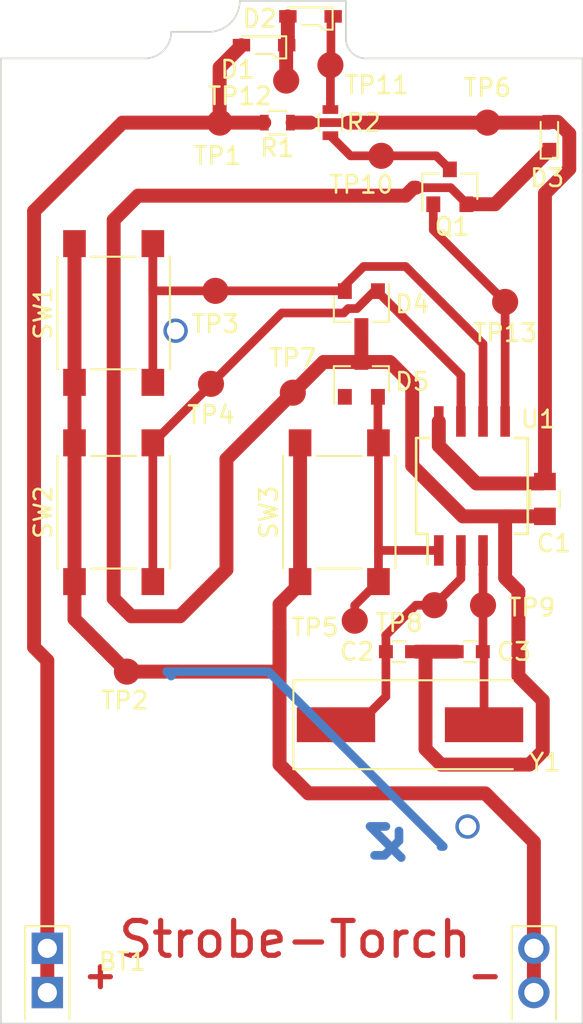
<source format=kicad_pcb>
(kicad_pcb (version 4) (host pcbnew 4.0.7+dfsg1-1)

  (general
    (links 50)
    (no_connects 0)
    (area 130.251999 67.392999 168.404334 134.181001)
    (thickness 1.6)
    (drawings 14)
    (tracks 165)
    (zones 0)
    (modules 30)
    (nets 14)
  )

  (page A4)
  (title_block
    (title Strobe-Torch)
    (date 2018-03-26)
    (rev 1.0)
    (company "Public Domain Project")
  )

  (layers
    (0 F.Cu signal hide)
    (31 B.Cu power hide)
    (33 F.Adhes user hide)
    (35 F.Paste user hide)
    (37 F.SilkS user)
    (39 F.Mask user hide)
    (40 Dwgs.User user hide)
    (41 Cmts.User user hide)
    (42 Eco1.User user hide)
    (43 Eco2.User user hide)
    (44 Edge.Cuts user)
    (45 Margin user hide)
    (47 F.CrtYd user hide)
    (49 F.Fab user hide)
  )

  (setup
    (last_trace_width 0.5)
    (trace_clearance 0.2)
    (zone_clearance 0.508)
    (zone_45_only no)
    (trace_min 0.25)
    (segment_width 0.2)
    (edge_width 0.1)
    (via_size 1.2)
    (via_drill 0.8)
    (via_min_size 0.8)
    (via_min_drill 0.3)
    (uvia_size 0.3)
    (uvia_drill 0.1)
    (uvias_allowed no)
    (uvia_min_size 0.2)
    (uvia_min_drill 0.1)
    (pcb_text_width 0.3)
    (pcb_text_size 1.5 1.5)
    (mod_edge_width 0.15)
    (mod_text_size 1 1)
    (mod_text_width 0.15)
    (pad_size 1.5 1.5)
    (pad_drill 0.6)
    (pad_to_mask_clearance 0)
    (aux_axis_origin 0 0)
    (visible_elements FFFFEFFF)
    (pcbplotparams
      (layerselection 0x01028_00000001)
      (usegerberextensions false)
      (excludeedgelayer true)
      (linewidth 0.100000)
      (plotframeref false)
      (viasonmask false)
      (mode 1)
      (useauxorigin false)
      (hpglpennumber 1)
      (hpglpenspeed 20)
      (hpglpendiameter 15)
      (hpglpenoverlay 2)
      (psnegative false)
      (psa4output false)
      (plotreference true)
      (plotvalue false)
      (plotinvisibletext false)
      (padsonsilk false)
      (subtractmaskfromsilk false)
      (outputformat 1)
      (mirror false)
      (drillshape 0)
      (scaleselection 1)
      (outputdirectory ""))
  )

  (net 0 "")
  (net 1 VCC)
  (net 2 GND)
  (net 3 "Net-(D1-Pad1)")
  (net 4 +12V)
  (net 5 "Net-(BT1-Pad2)")
  (net 6 "Net-(C2-Pad2)")
  (net 7 "Net-(C3-Pad1)")
  (net 8 "Net-(D2-Pad1)")
  (net 9 "Net-(D4-Pad1)")
  (net 10 "Net-(D4-Pad2)")
  (net 11 "Net-(D5-Pad2)")
  (net 12 "Net-(Q1-Pad1)")
  (net 13 "Net-(Q1-Pad3)")

  (net_class Default "This is the default net class."
    (clearance 0.2)
    (trace_width 0.5)
    (via_dia 1.2)
    (via_drill 0.8)
    (uvia_dia 0.3)
    (uvia_drill 0.1)
    (add_net "Net-(C2-Pad2)")
    (add_net "Net-(C3-Pad1)")
    (add_net "Net-(D2-Pad1)")
    (add_net "Net-(D4-Pad1)")
    (add_net "Net-(D4-Pad2)")
    (add_net "Net-(D5-Pad2)")
    (add_net "Net-(Q1-Pad1)")
    (add_net "Net-(Q1-Pad3)")
  )

  (net_class Led ""
    (clearance 0.4)
    (trace_width 0.8)
    (via_dia 1.2)
    (via_drill 0.8)
    (uvia_dia 0.3)
    (uvia_drill 0.1)
    (add_net "Net-(D1-Pad1)")
  )

  (net_class Power ""
    (clearance 0.2)
    (trace_width 0.8)
    (via_dia 1.2)
    (via_drill 0.8)
    (uvia_dia 0.3)
    (uvia_drill 0.1)
    (add_net +12V)
    (add_net GND)
    (add_net "Net-(BT1-Pad2)")
    (add_net VCC)
  )

  (module Housings_SOIC:SO-8_5.3x6.2mm_Pitch1.27mm (layer F.Cu) (tedit 59920130) (tstamp 5ACD2C2F)
    (at 157.353 95.521 90)
    (descr "8-Lead Plastic Small Outline, 5.3x6.2mm Body (http://www.ti.com.cn/cn/lit/ds/symlink/tl7705a.pdf)")
    (tags "SOIC 1.27")
    (path /5A96CC0B)
    (attr smd)
    (fp_text reference U1 (at 3.827 3.81 180) (layer F.SilkS)
      (effects (font (size 1 1) (thickness 0.15)))
    )
    (fp_text value ATTINY25V-10SU (at 5.605 4.318 180) (layer F.Fab)
      (effects (font (size 1 1) (thickness 0.15)))
    )
    (fp_text user %R (at 0 0 180) (layer F.Fab)
      (effects (font (size 1 1) (thickness 0.15)))
    )
    (fp_line (start -1.65 -3.1) (end 2.65 -3.1) (layer F.Fab) (width 0.15))
    (fp_line (start 2.65 -3.1) (end 2.65 3.1) (layer F.Fab) (width 0.15))
    (fp_line (start 2.65 3.1) (end -2.65 3.1) (layer F.Fab) (width 0.15))
    (fp_line (start -2.65 3.1) (end -2.65 -2.1) (layer F.Fab) (width 0.15))
    (fp_line (start -2.65 -2.1) (end -1.65 -3.1) (layer F.Fab) (width 0.15))
    (fp_line (start -4.83 -3.35) (end -4.83 3.35) (layer F.CrtYd) (width 0.05))
    (fp_line (start 4.83 -3.35) (end 4.83 3.35) (layer F.CrtYd) (width 0.05))
    (fp_line (start -4.83 -3.35) (end 4.83 -3.35) (layer F.CrtYd) (width 0.05))
    (fp_line (start -4.83 3.35) (end 4.83 3.35) (layer F.CrtYd) (width 0.05))
    (fp_line (start -2.75 -3.205) (end -2.75 -2.55) (layer F.SilkS) (width 0.15))
    (fp_line (start 2.75 -3.205) (end 2.75 -2.455) (layer F.SilkS) (width 0.15))
    (fp_line (start 2.75 3.205) (end 2.75 2.455) (layer F.SilkS) (width 0.15))
    (fp_line (start -2.75 3.205) (end -2.75 2.455) (layer F.SilkS) (width 0.15))
    (fp_line (start -2.75 -3.205) (end 2.75 -3.205) (layer F.SilkS) (width 0.15))
    (fp_line (start -2.75 3.205) (end 2.75 3.205) (layer F.SilkS) (width 0.15))
    (fp_line (start -2.75 -2.55) (end -4.5 -2.55) (layer F.SilkS) (width 0.15))
    (pad 1 smd rect (at -3.7 -1.905 90) (size 1.75 0.55) (layers F.Cu F.Paste F.Mask)
      (net 11 "Net-(D5-Pad2)"))
    (pad 2 smd rect (at -3.7 -0.635 90) (size 1.75 0.55) (layers F.Cu F.Paste F.Mask)
      (net 6 "Net-(C2-Pad2)"))
    (pad 3 smd rect (at -3.7 0.635 90) (size 1.75 0.55) (layers F.Cu F.Paste F.Mask)
      (net 7 "Net-(C3-Pad1)"))
    (pad 4 smd rect (at -3.7 1.905 90) (size 1.75 0.55) (layers F.Cu F.Paste F.Mask)
      (net 2 GND))
    (pad 5 smd rect (at 3.7 1.905 90) (size 1.75 0.55) (layers F.Cu F.Paste F.Mask)
      (net 12 "Net-(Q1-Pad1)"))
    (pad 6 smd rect (at 3.7 0.635 90) (size 1.75 0.55) (layers F.Cu F.Paste F.Mask)
      (net 10 "Net-(D4-Pad2)"))
    (pad 7 smd rect (at 3.7 -0.635 90) (size 1.75 0.55) (layers F.Cu F.Paste F.Mask)
      (net 9 "Net-(D4-Pad1)"))
    (pad 8 smd rect (at 3.7 -1.905 90) (size 1.75 0.55) (layers F.Cu F.Paste F.Mask)
      (net 1 VCC))
    (model ${KISYS3DMOD}/Housings_SOIC.3dshapes/SO-8_5.3x6.2mm_Pitch1.27mm.wrl
      (at (xyz 0 0 0))
      (scale (xyz 1 1 1))
      (rotate (xyz 0 0 0))
    )
  )

  (module Buttons_Switches_SMD:SW_SPST_PTS645 locked (layer F.Cu) (tedit 58724A80) (tstamp 5AB88F5B)
    (at 149.733 97.028 90)
    (descr "C&K Components SPST SMD PTS645 Series 6mm Tact Switch")
    (tags "SPST Button Switch")
    (path /5A9828A9)
    (attr smd)
    (fp_text reference SW3 (at 0 -4.05 90) (layer F.SilkS)
      (effects (font (size 1 1) (thickness 0.15)))
    )
    (fp_text value 300Hz (at -6.985 -2.667 180) (layer F.Fab)
      (effects (font (size 1 1) (thickness 0.15)))
    )
    (fp_text user %R (at -5.715 -2.794 180) (layer F.Fab)
      (effects (font (size 1 1) (thickness 0.15)))
    )
    (fp_line (start -3 -3) (end -3 3) (layer F.Fab) (width 0.1))
    (fp_line (start -3 3) (end 3 3) (layer F.Fab) (width 0.1))
    (fp_line (start 3 3) (end 3 -3) (layer F.Fab) (width 0.1))
    (fp_line (start 3 -3) (end -3 -3) (layer F.Fab) (width 0.1))
    (fp_line (start 5.05 3.4) (end 5.05 -3.4) (layer F.CrtYd) (width 0.05))
    (fp_line (start -5.05 -3.4) (end -5.05 3.4) (layer F.CrtYd) (width 0.05))
    (fp_line (start -5.05 3.4) (end 5.05 3.4) (layer F.CrtYd) (width 0.05))
    (fp_line (start -5.05 -3.4) (end 5.05 -3.4) (layer F.CrtYd) (width 0.05))
    (fp_line (start 3.23 -3.23) (end 3.23 -3.2) (layer F.SilkS) (width 0.12))
    (fp_line (start 3.23 3.23) (end 3.23 3.2) (layer F.SilkS) (width 0.12))
    (fp_line (start -3.23 3.23) (end -3.23 3.2) (layer F.SilkS) (width 0.12))
    (fp_line (start -3.23 -3.2) (end -3.23 -3.23) (layer F.SilkS) (width 0.12))
    (fp_line (start 3.23 -1.3) (end 3.23 1.3) (layer F.SilkS) (width 0.12))
    (fp_line (start -3.23 -3.23) (end 3.23 -3.23) (layer F.SilkS) (width 0.12))
    (fp_line (start -3.23 -1.3) (end -3.23 1.3) (layer F.SilkS) (width 0.12))
    (fp_line (start -3.23 3.23) (end 3.23 3.23) (layer F.SilkS) (width 0.12))
    (fp_circle (center 0 0) (end 1.75 -0.05) (layer F.Fab) (width 0.1))
    (pad 2 smd rect (at -3.98 2.25 90) (size 1.55 1.3) (layers F.Cu F.Paste F.Mask)
      (net 11 "Net-(D5-Pad2)"))
    (pad 1 smd rect (at -3.98 -2.25 90) (size 1.55 1.3) (layers F.Cu F.Paste F.Mask)
      (net 5 "Net-(BT1-Pad2)"))
    (pad 1 smd rect (at 3.98 -2.25 90) (size 1.55 1.3) (layers F.Cu F.Paste F.Mask)
      (net 5 "Net-(BT1-Pad2)"))
    (pad 2 smd rect (at 3.98 2.25 90) (size 1.55 1.3) (layers F.Cu F.Paste F.Mask)
      (net 11 "Net-(D5-Pad2)"))
    (model ${KISYS3DMOD}/Buttons_Switches_SMD.3dshapes/SW_SPST_PTS645.wrl
      (at (xyz 0 0 0))
      (scale (xyz 1 1 1))
      (rotate (xyz 0 0 0))
    )
  )

  (module Buttons_Switches_SMD:SW_SPST_PTS645 locked (layer F.Cu) (tedit 58724A80) (tstamp 5AB88F54)
    (at 136.779 97.028 90)
    (descr "C&K Components SPST SMD PTS645 Series 6mm Tact Switch")
    (tags "SPST Button Switch")
    (path /5A982870)
    (attr smd)
    (fp_text reference SW2 (at 0 -4.05 90) (layer F.SilkS)
      (effects (font (size 1 1) (thickness 0.15)))
    )
    (fp_text value 60Hz (at -6.858 -0.127 180) (layer F.Fab)
      (effects (font (size 1 1) (thickness 0.15)))
    )
    (fp_text user %R (at -5.461 0 180) (layer F.Fab)
      (effects (font (size 1 1) (thickness 0.15)))
    )
    (fp_line (start -3 -3) (end -3 3) (layer F.Fab) (width 0.1))
    (fp_line (start -3 3) (end 3 3) (layer F.Fab) (width 0.1))
    (fp_line (start 3 3) (end 3 -3) (layer F.Fab) (width 0.1))
    (fp_line (start 3 -3) (end -3 -3) (layer F.Fab) (width 0.1))
    (fp_line (start 5.05 3.4) (end 5.05 -3.4) (layer F.CrtYd) (width 0.05))
    (fp_line (start -5.05 -3.4) (end -5.05 3.4) (layer F.CrtYd) (width 0.05))
    (fp_line (start -5.05 3.4) (end 5.05 3.4) (layer F.CrtYd) (width 0.05))
    (fp_line (start -5.05 -3.4) (end 5.05 -3.4) (layer F.CrtYd) (width 0.05))
    (fp_line (start 3.23 -3.23) (end 3.23 -3.2) (layer F.SilkS) (width 0.12))
    (fp_line (start 3.23 3.23) (end 3.23 3.2) (layer F.SilkS) (width 0.12))
    (fp_line (start -3.23 3.23) (end -3.23 3.2) (layer F.SilkS) (width 0.12))
    (fp_line (start -3.23 -3.2) (end -3.23 -3.23) (layer F.SilkS) (width 0.12))
    (fp_line (start 3.23 -1.3) (end 3.23 1.3) (layer F.SilkS) (width 0.12))
    (fp_line (start -3.23 -3.23) (end 3.23 -3.23) (layer F.SilkS) (width 0.12))
    (fp_line (start -3.23 -1.3) (end -3.23 1.3) (layer F.SilkS) (width 0.12))
    (fp_line (start -3.23 3.23) (end 3.23 3.23) (layer F.SilkS) (width 0.12))
    (fp_circle (center 0 0) (end 1.75 -0.05) (layer F.Fab) (width 0.1))
    (pad 2 smd rect (at -3.98 2.25 90) (size 1.55 1.3) (layers F.Cu F.Paste F.Mask)
      (net 9 "Net-(D4-Pad1)"))
    (pad 1 smd rect (at -3.98 -2.25 90) (size 1.55 1.3) (layers F.Cu F.Paste F.Mask)
      (net 5 "Net-(BT1-Pad2)"))
    (pad 1 smd rect (at 3.98 -2.25 90) (size 1.55 1.3) (layers F.Cu F.Paste F.Mask)
      (net 5 "Net-(BT1-Pad2)"))
    (pad 2 smd rect (at 3.98 2.25 90) (size 1.55 1.3) (layers F.Cu F.Paste F.Mask)
      (net 9 "Net-(D4-Pad1)"))
    (model ${KISYS3DMOD}/Buttons_Switches_SMD.3dshapes/SW_SPST_PTS645.wrl
      (at (xyz 0 0 0))
      (scale (xyz 1 1 1))
      (rotate (xyz 0 0 0))
    )
  )

  (module Buttons_Switches_SMD:SW_SPST_PTS645 locked (layer F.Cu) (tedit 58724A80) (tstamp 5AB88F4D)
    (at 136.779 85.598 90)
    (descr "C&K Components SPST SMD PTS645 Series 6mm Tact Switch")
    (tags "SPST Button Switch")
    (path /5A9827F9)
    (attr smd)
    (fp_text reference SW1 (at 0 -4.05 90) (layer F.SilkS)
      (effects (font (size 1 1) (thickness 0.15)))
    )
    (fp_text value 50Hz (at 5.715 -0.127 180) (layer F.Fab)
      (effects (font (size 1 1) (thickness 0.15)))
    )
    (fp_text user %R (at 7.239 -0.381 180) (layer F.Fab)
      (effects (font (size 1 1) (thickness 0.15)))
    )
    (fp_line (start -3 -3) (end -3 3) (layer F.Fab) (width 0.1))
    (fp_line (start -3 3) (end 3 3) (layer F.Fab) (width 0.1))
    (fp_line (start 3 3) (end 3 -3) (layer F.Fab) (width 0.1))
    (fp_line (start 3 -3) (end -3 -3) (layer F.Fab) (width 0.1))
    (fp_line (start 5.05 3.4) (end 5.05 -3.4) (layer F.CrtYd) (width 0.05))
    (fp_line (start -5.05 -3.4) (end -5.05 3.4) (layer F.CrtYd) (width 0.05))
    (fp_line (start -5.05 3.4) (end 5.05 3.4) (layer F.CrtYd) (width 0.05))
    (fp_line (start -5.05 -3.4) (end 5.05 -3.4) (layer F.CrtYd) (width 0.05))
    (fp_line (start 3.23 -3.23) (end 3.23 -3.2) (layer F.SilkS) (width 0.12))
    (fp_line (start 3.23 3.23) (end 3.23 3.2) (layer F.SilkS) (width 0.12))
    (fp_line (start -3.23 3.23) (end -3.23 3.2) (layer F.SilkS) (width 0.12))
    (fp_line (start -3.23 -3.2) (end -3.23 -3.23) (layer F.SilkS) (width 0.12))
    (fp_line (start 3.23 -1.3) (end 3.23 1.3) (layer F.SilkS) (width 0.12))
    (fp_line (start -3.23 -3.23) (end 3.23 -3.23) (layer F.SilkS) (width 0.12))
    (fp_line (start -3.23 -1.3) (end -3.23 1.3) (layer F.SilkS) (width 0.12))
    (fp_line (start -3.23 3.23) (end 3.23 3.23) (layer F.SilkS) (width 0.12))
    (fp_circle (center 0 0) (end 1.75 -0.05) (layer F.Fab) (width 0.1))
    (pad 2 smd rect (at -3.98 2.25 90) (size 1.55 1.3) (layers F.Cu F.Paste F.Mask)
      (net 10 "Net-(D4-Pad2)"))
    (pad 1 smd rect (at -3.98 -2.25 90) (size 1.55 1.3) (layers F.Cu F.Paste F.Mask)
      (net 5 "Net-(BT1-Pad2)"))
    (pad 1 smd rect (at 3.98 -2.25 90) (size 1.55 1.3) (layers F.Cu F.Paste F.Mask)
      (net 5 "Net-(BT1-Pad2)"))
    (pad 2 smd rect (at 3.98 2.25 90) (size 1.55 1.3) (layers F.Cu F.Paste F.Mask)
      (net 10 "Net-(D4-Pad2)"))
    (model ${KISYS3DMOD}/Buttons_Switches_SMD.3dshapes/SW_SPST_PTS645.wrl
      (at (xyz 0 0 0))
      (scale (xyz 1 1 1))
      (rotate (xyz 0 0 0))
    )
  )

  (module Measurement_Points:Measurement_Point_Round-SMD-Pad_Small (layer F.Cu) (tedit 56C35ED0) (tstamp 5AB80B88)
    (at 159.258 84.963)
    (descr "Mesurement Point, Round, SMD Pad, DM 1.5mm,")
    (tags "Mesurement Point Round SMD Pad 1.5mm")
    (path /5AB80915)
    (attr virtual)
    (fp_text reference TP13 (at 0 1.778) (layer F.SilkS)
      (effects (font (size 1 1) (thickness 0.15)))
    )
    (fp_text value PWMout (at 0 2) (layer F.Fab)
      (effects (font (size 1 1) (thickness 0.15)))
    )
    (fp_circle (center 0 0) (end 1 0) (layer F.CrtYd) (width 0.05))
    (pad 1 smd circle (at 0 0) (size 1.5 1.5) (layers F.Cu F.Mask)
      (net 12 "Net-(Q1-Pad1)"))
  )

  (module TO_SOT_Packages_SMD:SOT-23 (layer F.Cu) (tedit 58CE4E7E) (tstamp 5AB80B77)
    (at 151.003 89.408 90)
    (descr "SOT-23, Standard")
    (tags SOT-23)
    (path /5AB7E98D)
    (attr smd)
    (fp_text reference D5 (at -0.127 2.921 180) (layer F.SilkS)
      (effects (font (size 1 1) (thickness 0.15)))
    )
    (fp_text value BAT54A (at 1.905 0 180) (layer F.Fab)
      (effects (font (size 1 1) (thickness 0.15)))
    )
    (fp_text user %R (at 0 0 180) (layer F.Fab)
      (effects (font (size 0.5 0.5) (thickness 0.075)))
    )
    (fp_line (start -0.7 -0.95) (end -0.7 1.5) (layer F.Fab) (width 0.1))
    (fp_line (start -0.15 -1.52) (end 0.7 -1.52) (layer F.Fab) (width 0.1))
    (fp_line (start -0.7 -0.95) (end -0.15 -1.52) (layer F.Fab) (width 0.1))
    (fp_line (start 0.7 -1.52) (end 0.7 1.52) (layer F.Fab) (width 0.1))
    (fp_line (start -0.7 1.52) (end 0.7 1.52) (layer F.Fab) (width 0.1))
    (fp_line (start 0.76 1.58) (end 0.76 0.65) (layer F.SilkS) (width 0.12))
    (fp_line (start 0.76 -1.58) (end 0.76 -0.65) (layer F.SilkS) (width 0.12))
    (fp_line (start -1.7 -1.75) (end 1.7 -1.75) (layer F.CrtYd) (width 0.05))
    (fp_line (start 1.7 -1.75) (end 1.7 1.75) (layer F.CrtYd) (width 0.05))
    (fp_line (start 1.7 1.75) (end -1.7 1.75) (layer F.CrtYd) (width 0.05))
    (fp_line (start -1.7 1.75) (end -1.7 -1.75) (layer F.CrtYd) (width 0.05))
    (fp_line (start 0.76 -1.58) (end -1.4 -1.58) (layer F.SilkS) (width 0.12))
    (fp_line (start 0.76 1.58) (end -0.7 1.58) (layer F.SilkS) (width 0.12))
    (pad 1 smd rect (at -1 -0.95 90) (size 0.9 0.8) (layers F.Cu F.Paste F.Mask))
    (pad 2 smd rect (at -1 0.95 90) (size 0.9 0.8) (layers F.Cu F.Paste F.Mask)
      (net 11 "Net-(D5-Pad2)"))
    (pad 3 smd rect (at 1 0 90) (size 0.9 0.8) (layers F.Cu F.Paste F.Mask)
      (net 2 GND))
    (model ${KISYS3DMOD}/TO_SOT_Packages_SMD.3dshapes/SOT-23.wrl
      (at (xyz 0 0 0))
      (scale (xyz 1 1 1))
      (rotate (xyz 0 0 0))
    )
  )

  (module TO_SOT_Packages_SMD:SOT-23 (layer F.Cu) (tedit 58CE4E7E) (tstamp 5AB80B71)
    (at 151.003 85.344 270)
    (descr "SOT-23, Standard")
    (tags SOT-23)
    (path /5AB7EA36)
    (attr smd)
    (fp_text reference D4 (at -0.254 -2.921 360) (layer F.SilkS)
      (effects (font (size 1 1) (thickness 0.15)))
    )
    (fp_text value BAT54A (at -2.413 0.127 360) (layer F.Fab)
      (effects (font (size 1 1) (thickness 0.15)))
    )
    (fp_text user %R (at 0 0 360) (layer F.Fab)
      (effects (font (size 0.5 0.5) (thickness 0.075)))
    )
    (fp_line (start -0.7 -0.95) (end -0.7 1.5) (layer F.Fab) (width 0.1))
    (fp_line (start -0.15 -1.52) (end 0.7 -1.52) (layer F.Fab) (width 0.1))
    (fp_line (start -0.7 -0.95) (end -0.15 -1.52) (layer F.Fab) (width 0.1))
    (fp_line (start 0.7 -1.52) (end 0.7 1.52) (layer F.Fab) (width 0.1))
    (fp_line (start -0.7 1.52) (end 0.7 1.52) (layer F.Fab) (width 0.1))
    (fp_line (start 0.76 1.58) (end 0.76 0.65) (layer F.SilkS) (width 0.12))
    (fp_line (start 0.76 -1.58) (end 0.76 -0.65) (layer F.SilkS) (width 0.12))
    (fp_line (start -1.7 -1.75) (end 1.7 -1.75) (layer F.CrtYd) (width 0.05))
    (fp_line (start 1.7 -1.75) (end 1.7 1.75) (layer F.CrtYd) (width 0.05))
    (fp_line (start 1.7 1.75) (end -1.7 1.75) (layer F.CrtYd) (width 0.05))
    (fp_line (start -1.7 1.75) (end -1.7 -1.75) (layer F.CrtYd) (width 0.05))
    (fp_line (start 0.76 -1.58) (end -1.4 -1.58) (layer F.SilkS) (width 0.12))
    (fp_line (start 0.76 1.58) (end -0.7 1.58) (layer F.SilkS) (width 0.12))
    (pad 1 smd rect (at -1 -0.95 270) (size 0.9 0.8) (layers F.Cu F.Paste F.Mask)
      (net 9 "Net-(D4-Pad1)"))
    (pad 2 smd rect (at -1 0.95 270) (size 0.9 0.8) (layers F.Cu F.Paste F.Mask)
      (net 10 "Net-(D4-Pad2)"))
    (pad 3 smd rect (at 1 0 270) (size 0.9 0.8) (layers F.Cu F.Paste F.Mask)
      (net 2 GND))
    (model ${KISYS3DMOD}/TO_SOT_Packages_SMD.3dshapes/SOT-23.wrl
      (at (xyz 0 0 0))
      (scale (xyz 1 1 1))
      (rotate (xyz 0 0 0))
    )
  )

  (module LEDs_Side_Emitting:LED_215 locked (layer F.Cu) (tedit 5AB108C9) (tstamp 5AB80B6C)
    (at 148.082 68.58)
    (descr "LED 215 smd side emitting package")
    (tags "LED led 215 SMD smd SMT smt smdled SMDLED smtled SMTLED side emitting")
    (path /5A995E65)
    (attr smd)
    (fp_text reference D2 (at -2.921 0.127) (layer F.SilkS)
      (effects (font (size 1 1) (thickness 0.15)))
    )
    (fp_text value "White Sideemitting" (at 9.652 0.635) (layer F.Fab)
      (effects (font (size 1 1) (thickness 0.15)))
    )
    (fp_line (start 1.27 -0.508) (end 1.27 0.762) (layer F.SilkS) (width 0.12))
    (fp_line (start -0.2 -0.2) (end -0.2 0.2) (layer F.Fab) (width 0.1))
    (fp_line (start 0.1 0) (end -0.2 0.2) (layer F.Fab) (width 0.1))
    (fp_line (start -0.2 -0.2) (end 0.1 0) (layer F.Fab) (width 0.1))
    (fp_line (start 0.15 -0.2) (end 0.15 0.2) (layer F.Fab) (width 0.1))
    (fp_line (start -0.762 0.762) (end -1.27 0.762) (layer F.Fab) (width 0.1))
    (fp_line (start 1.27 -0.508) (end 1.27 0.762) (layer F.Fab) (width 0.1))
    (fp_line (start -1.27 -0.508) (end 1.27 -0.508) (layer F.Fab) (width 0.1))
    (fp_line (start -1.27 0.762) (end -1.27 -0.508) (layer F.Fab) (width 0.1))
    (fp_line (start 0.762 0.762) (end 1.27 0.762) (layer F.SilkS) (width 0.12))
    (fp_line (start -1.27 -0.508) (end 1.27 -0.508) (layer F.SilkS) (width 0.12))
    (fp_line (start 1.524 -0.762) (end 1.524 1.016) (layer F.CrtYd) (width 0.05))
    (fp_line (start 1.524 1.016) (end -1.524 1.016) (layer F.CrtYd) (width 0.05))
    (fp_line (start -1.524 1.016) (end -1.524 -0.762) (layer F.CrtYd) (width 0.05))
    (fp_line (start -1.524 -0.762) (end 1.524 -0.762) (layer F.CrtYd) (width 0.05))
    (fp_line (start 1.27 0.762) (end 0.762 0.762) (layer F.Fab) (width 0.1))
    (fp_line (start -0.508 0.508) (end -0.762 0.762) (layer F.Fab) (width 0.1))
    (fp_line (start 0.508 0.508) (end 0.762 0.762) (layer F.Fab) (width 0.1))
    (fp_line (start -0.508 0.508) (end 0.508 0.508) (layer F.Fab) (width 0.1))
    (fp_line (start -0.508 0.508) (end 0.508 0.508) (layer F.SilkS) (width 0.12))
    (fp_line (start 0.508 0.508) (end 0.762 0.762) (layer F.SilkS) (width 0.12))
    (pad 1 smd rect (at 1.3 0 180) (size 1 0.72) (layers F.Cu F.Paste F.Mask)
      (net 8 "Net-(D2-Pad1)"))
    (pad 2 smd rect (at -1.3 0 180) (size 1 0.72) (layers F.Cu F.Paste F.Mask)
      (net 3 "Net-(D1-Pad1)"))
    (model ${KISYS3DMOD}/LEDs.3dshapes/LED_0603.wrl
      (at (xyz 0 -0.014 0))
      (scale (xyz 1.7 1 1.7))
      (rotate (xyz -90 0 180))
    )
  )

  (module LEDs_Side_Emitting:LED_215 locked (layer F.Cu) (tedit 5AB108C9) (tstamp 5AB80B67)
    (at 145.415 70.231)
    (descr "LED 215 smd side emitting package")
    (tags "LED led 215 SMD smd SMT smt smdled SMDLED smtled SMTLED side emitting")
    (path /5A981C9E)
    (attr smd)
    (fp_text reference D1 (at -1.524 1.397) (layer F.SilkS)
      (effects (font (size 1 1) (thickness 0.15)))
    )
    (fp_text value "White Sideemitting" (at 12.319 -1.016) (layer F.Fab)
      (effects (font (size 1 1) (thickness 0.15)))
    )
    (fp_line (start 1.27 -0.508) (end 1.27 0.762) (layer F.SilkS) (width 0.12))
    (fp_line (start -0.2 -0.2) (end -0.2 0.2) (layer F.Fab) (width 0.1))
    (fp_line (start 0.1 0) (end -0.2 0.2) (layer F.Fab) (width 0.1))
    (fp_line (start -0.2 -0.2) (end 0.1 0) (layer F.Fab) (width 0.1))
    (fp_line (start 0.15 -0.2) (end 0.15 0.2) (layer F.Fab) (width 0.1))
    (fp_line (start -0.762 0.762) (end -1.27 0.762) (layer F.Fab) (width 0.1))
    (fp_line (start 1.27 -0.508) (end 1.27 0.762) (layer F.Fab) (width 0.1))
    (fp_line (start -1.27 -0.508) (end 1.27 -0.508) (layer F.Fab) (width 0.1))
    (fp_line (start -1.27 0.762) (end -1.27 -0.508) (layer F.Fab) (width 0.1))
    (fp_line (start 0.762 0.762) (end 1.27 0.762) (layer F.SilkS) (width 0.12))
    (fp_line (start -1.27 -0.508) (end 1.27 -0.508) (layer F.SilkS) (width 0.12))
    (fp_line (start 1.524 -0.762) (end 1.524 1.016) (layer F.CrtYd) (width 0.05))
    (fp_line (start 1.524 1.016) (end -1.524 1.016) (layer F.CrtYd) (width 0.05))
    (fp_line (start -1.524 1.016) (end -1.524 -0.762) (layer F.CrtYd) (width 0.05))
    (fp_line (start -1.524 -0.762) (end 1.524 -0.762) (layer F.CrtYd) (width 0.05))
    (fp_line (start 1.27 0.762) (end 0.762 0.762) (layer F.Fab) (width 0.1))
    (fp_line (start -0.508 0.508) (end -0.762 0.762) (layer F.Fab) (width 0.1))
    (fp_line (start 0.508 0.508) (end 0.762 0.762) (layer F.Fab) (width 0.1))
    (fp_line (start -0.508 0.508) (end 0.508 0.508) (layer F.Fab) (width 0.1))
    (fp_line (start -0.508 0.508) (end 0.508 0.508) (layer F.SilkS) (width 0.12))
    (fp_line (start 0.508 0.508) (end 0.762 0.762) (layer F.SilkS) (width 0.12))
    (pad 1 smd rect (at 1.3 0 180) (size 1 0.72) (layers F.Cu F.Paste F.Mask)
      (net 3 "Net-(D1-Pad1)"))
    (pad 2 smd rect (at -1.3 0 180) (size 1 0.72) (layers F.Cu F.Paste F.Mask)
      (net 4 +12V))
    (model ${KISYS3DMOD}/LEDs.3dshapes/LED_0603.wrl
      (at (xyz 0 -0.014 0))
      (scale (xyz 1.7 1 1.7))
      (rotate (xyz -90 0 180))
    )
  )

  (module Crystals:Crystal_SMD_HC49-SD (layer F.Cu) (tedit 58CD2E9D) (tstamp 5A983D33)
    (at 153.797 109.22)
    (descr "SMD Crystal HC-49-SD http://cdn-reichelt.de/documents/datenblatt/B400/xxx-HC49-SMD.pdf, 11.4x4.7mm^2 package")
    (tags "SMD SMT crystal")
    (path /5A981AD5)
    (attr smd)
    (fp_text reference Y1 (at 7.747 2.159) (layer F.SilkS)
      (effects (font (size 1 1) (thickness 0.15)))
    )
    (fp_text value 4.9152MHz (at 0 3.55) (layer F.Fab)
      (effects (font (size 1 1) (thickness 0.15)))
    )
    (fp_text user %R (at 0 0) (layer F.Fab)
      (effects (font (size 1 1) (thickness 0.15)))
    )
    (fp_line (start -5.7 -2.35) (end -5.7 2.35) (layer F.Fab) (width 0.1))
    (fp_line (start -5.7 2.35) (end 5.7 2.35) (layer F.Fab) (width 0.1))
    (fp_line (start 5.7 2.35) (end 5.7 -2.35) (layer F.Fab) (width 0.1))
    (fp_line (start 5.7 -2.35) (end -5.7 -2.35) (layer F.Fab) (width 0.1))
    (fp_line (start -3.015 -2.115) (end 3.015 -2.115) (layer F.Fab) (width 0.1))
    (fp_line (start -3.015 2.115) (end 3.015 2.115) (layer F.Fab) (width 0.1))
    (fp_line (start 5.9 -2.55) (end -6.7 -2.55) (layer F.SilkS) (width 0.12))
    (fp_line (start -6.7 -2.55) (end -6.7 2.55) (layer F.SilkS) (width 0.12))
    (fp_line (start -6.7 2.55) (end 5.9 2.55) (layer F.SilkS) (width 0.12))
    (fp_line (start -6.8 -2.6) (end -6.8 2.6) (layer F.CrtYd) (width 0.05))
    (fp_line (start -6.8 2.6) (end 6.8 2.6) (layer F.CrtYd) (width 0.05))
    (fp_line (start 6.8 2.6) (end 6.8 -2.6) (layer F.CrtYd) (width 0.05))
    (fp_line (start 6.8 -2.6) (end -6.8 -2.6) (layer F.CrtYd) (width 0.05))
    (fp_arc (start -3.015 0) (end -3.015 -2.115) (angle -180) (layer F.Fab) (width 0.1))
    (fp_arc (start 3.015 0) (end 3.015 -2.115) (angle 180) (layer F.Fab) (width 0.1))
    (pad 1 smd rect (at -4.25 0) (size 4.5 2) (layers F.Cu F.Paste F.Mask)
      (net 6 "Net-(C2-Pad2)"))
    (pad 2 smd rect (at 4.25 0) (size 4.5 2) (layers F.Cu F.Paste F.Mask)
      (net 7 "Net-(C3-Pad1)"))
    (model ${KISYS3DMOD}/Crystals.3dshapes/Crystal_SMD_HC49-SD.wrl
      (at (xyz 0 0 0))
      (scale (xyz 1 1 1))
      (rotate (xyz 0 0 0))
    )
  )

  (module Capacitors_SMD:C_0603 (layer F.Cu) (tedit 59958EE7) (tstamp 5A983C65)
    (at 153.162 105.029 180)
    (descr "Capacitor SMD 0603, reflow soldering, AVX (see smccp.pdf)")
    (tags "capacitor 0603")
    (path /5A9832CE)
    (attr smd)
    (fp_text reference C2 (at 2.413 0 180) (layer F.SilkS)
      (effects (font (size 1 1) (thickness 0.15)))
    )
    (fp_text value 20pF (at 3.175 -0.762 180) (layer F.Fab)
      (effects (font (size 1 1) (thickness 0.15)))
    )
    (fp_line (start 1.4 0.65) (end -1.4 0.65) (layer F.CrtYd) (width 0.05))
    (fp_line (start 1.4 0.65) (end 1.4 -0.65) (layer F.CrtYd) (width 0.05))
    (fp_line (start -1.4 -0.65) (end -1.4 0.65) (layer F.CrtYd) (width 0.05))
    (fp_line (start -1.4 -0.65) (end 1.4 -0.65) (layer F.CrtYd) (width 0.05))
    (fp_line (start 0.35 0.6) (end -0.35 0.6) (layer F.SilkS) (width 0.12))
    (fp_line (start -0.35 -0.6) (end 0.35 -0.6) (layer F.SilkS) (width 0.12))
    (fp_line (start -0.8 -0.4) (end 0.8 -0.4) (layer F.Fab) (width 0.1))
    (fp_line (start 0.8 -0.4) (end 0.8 0.4) (layer F.Fab) (width 0.1))
    (fp_line (start 0.8 0.4) (end -0.8 0.4) (layer F.Fab) (width 0.1))
    (fp_line (start -0.8 0.4) (end -0.8 -0.4) (layer F.Fab) (width 0.1))
    (fp_text user %R (at 0 0 180) (layer F.Fab)
      (effects (font (size 0.3 0.3) (thickness 0.075)))
    )
    (pad 2 smd rect (at 0.75 0 180) (size 0.8 0.75) (layers F.Cu F.Paste F.Mask)
      (net 6 "Net-(C2-Pad2)"))
    (pad 1 smd rect (at -0.75 0 180) (size 0.8 0.75) (layers F.Cu F.Paste F.Mask)
      (net 2 GND))
    (model Capacitors_SMD.3dshapes/C_0603.wrl
      (at (xyz 0 0 0))
      (scale (xyz 1 1 1))
      (rotate (xyz 0 0 0))
    )
  )

  (module Capacitors_SMD:C_0603 (layer F.Cu) (tedit 59958EE7) (tstamp 5A983C6F)
    (at 157.226 105.029 180)
    (descr "Capacitor SMD 0603, reflow soldering, AVX (see smccp.pdf)")
    (tags "capacitor 0603")
    (path /5A983263)
    (attr smd)
    (fp_text reference C3 (at -2.54 0 180) (layer F.SilkS)
      (effects (font (size 1 1) (thickness 0.15)))
    )
    (fp_text value 20pF (at -3.048 -0.889 180) (layer F.Fab)
      (effects (font (size 1 1) (thickness 0.15)))
    )
    (fp_line (start 1.4 0.65) (end -1.4 0.65) (layer F.CrtYd) (width 0.05))
    (fp_line (start 1.4 0.65) (end 1.4 -0.65) (layer F.CrtYd) (width 0.05))
    (fp_line (start -1.4 -0.65) (end -1.4 0.65) (layer F.CrtYd) (width 0.05))
    (fp_line (start -1.4 -0.65) (end 1.4 -0.65) (layer F.CrtYd) (width 0.05))
    (fp_line (start 0.35 0.6) (end -0.35 0.6) (layer F.SilkS) (width 0.12))
    (fp_line (start -0.35 -0.6) (end 0.35 -0.6) (layer F.SilkS) (width 0.12))
    (fp_line (start -0.8 -0.4) (end 0.8 -0.4) (layer F.Fab) (width 0.1))
    (fp_line (start 0.8 -0.4) (end 0.8 0.4) (layer F.Fab) (width 0.1))
    (fp_line (start 0.8 0.4) (end -0.8 0.4) (layer F.Fab) (width 0.1))
    (fp_line (start -0.8 0.4) (end -0.8 -0.4) (layer F.Fab) (width 0.1))
    (fp_text user %R (at 0 0 180) (layer F.Fab)
      (effects (font (size 0.3 0.3) (thickness 0.075)))
    )
    (pad 2 smd rect (at 0.75 0 180) (size 0.8 0.75) (layers F.Cu F.Paste F.Mask)
      (net 2 GND))
    (pad 1 smd rect (at -0.75 0 180) (size 0.8 0.75) (layers F.Cu F.Paste F.Mask)
      (net 7 "Net-(C3-Pad1)"))
    (model Capacitors_SMD.3dshapes/C_0603.wrl
      (at (xyz 0 0 0))
      (scale (xyz 1 1 1))
      (rotate (xyz 0 0 0))
    )
  )

  (module LEDs:LED_0603 locked (layer F.Cu) (tedit 57FE93A5) (tstamp 5A983C7A)
    (at 161.798 75.438 90)
    (descr "LED 0603 smd package")
    (tags "LED led 0603 SMD smd SMT smt smdled SMDLED smtled SMTLED")
    (path /5A981DE0)
    (attr smd)
    (fp_text reference D3 (at -2.413 -0.127 180) (layer F.SilkS)
      (effects (font (size 1 1) (thickness 0.15)))
    )
    (fp_text value "Green InGaN" (at -0.635 -1.397 90) (layer F.Fab)
      (effects (font (size 1 1) (thickness 0.15)))
    )
    (fp_line (start -1.3 -0.5) (end -1.3 0.5) (layer F.SilkS) (width 0.12))
    (fp_line (start -0.2 -0.2) (end -0.2 0.2) (layer F.Fab) (width 0.1))
    (fp_line (start -0.15 0) (end 0.15 -0.2) (layer F.Fab) (width 0.1))
    (fp_line (start 0.15 0.2) (end -0.15 0) (layer F.Fab) (width 0.1))
    (fp_line (start 0.15 -0.2) (end 0.15 0.2) (layer F.Fab) (width 0.1))
    (fp_line (start 0.8 0.4) (end -0.8 0.4) (layer F.Fab) (width 0.1))
    (fp_line (start 0.8 -0.4) (end 0.8 0.4) (layer F.Fab) (width 0.1))
    (fp_line (start -0.8 -0.4) (end 0.8 -0.4) (layer F.Fab) (width 0.1))
    (fp_line (start -0.8 0.4) (end -0.8 -0.4) (layer F.Fab) (width 0.1))
    (fp_line (start -1.3 0.5) (end 0.8 0.5) (layer F.SilkS) (width 0.12))
    (fp_line (start -1.3 -0.5) (end 0.8 -0.5) (layer F.SilkS) (width 0.12))
    (fp_line (start 1.45 -0.65) (end 1.45 0.65) (layer F.CrtYd) (width 0.05))
    (fp_line (start 1.45 0.65) (end -1.45 0.65) (layer F.CrtYd) (width 0.05))
    (fp_line (start -1.45 0.65) (end -1.45 -0.65) (layer F.CrtYd) (width 0.05))
    (fp_line (start -1.45 -0.65) (end 1.45 -0.65) (layer F.CrtYd) (width 0.05))
    (pad 2 smd rect (at 0.8 0 270) (size 0.8 0.8) (layers F.Cu F.Paste F.Mask)
      (net 1 VCC))
    (pad 1 smd rect (at -0.8 0 270) (size 0.8 0.8) (layers F.Cu F.Paste F.Mask)
      (net 2 GND))
    (model ${KISYS3DMOD}/LEDs.3dshapes/LED_0603.wrl
      (at (xyz 0 0 0))
      (scale (xyz 1 1 1))
      (rotate (xyz 0 0 180))
    )
  )

  (module Resistors_SMD:R_0603 (layer F.Cu) (tedit 58E0A804) (tstamp 5A983C8E)
    (at 146.177 74.676 180)
    (descr "Resistor SMD 0603, reflow soldering, Vishay (see dcrcw.pdf)")
    (tags "resistor 0603")
    (path /5A982A53)
    (attr smd)
    (fp_text reference R1 (at 0 -1.45 180) (layer F.SilkS)
      (effects (font (size 1 1) (thickness 0.15)))
    )
    (fp_text value 1k8 (at 0.127 -1.397 180) (layer F.Fab)
      (effects (font (size 1 1) (thickness 0.15)))
    )
    (fp_text user %R (at 0 0 180) (layer F.Fab)
      (effects (font (size 0.4 0.4) (thickness 0.075)))
    )
    (fp_line (start -0.8 0.4) (end -0.8 -0.4) (layer F.Fab) (width 0.1))
    (fp_line (start 0.8 0.4) (end -0.8 0.4) (layer F.Fab) (width 0.1))
    (fp_line (start 0.8 -0.4) (end 0.8 0.4) (layer F.Fab) (width 0.1))
    (fp_line (start -0.8 -0.4) (end 0.8 -0.4) (layer F.Fab) (width 0.1))
    (fp_line (start 0.5 0.68) (end -0.5 0.68) (layer F.SilkS) (width 0.12))
    (fp_line (start -0.5 -0.68) (end 0.5 -0.68) (layer F.SilkS) (width 0.12))
    (fp_line (start -1.25 -0.7) (end 1.25 -0.7) (layer F.CrtYd) (width 0.05))
    (fp_line (start -1.25 -0.7) (end -1.25 0.7) (layer F.CrtYd) (width 0.05))
    (fp_line (start 1.25 0.7) (end 1.25 -0.7) (layer F.CrtYd) (width 0.05))
    (fp_line (start 1.25 0.7) (end -1.25 0.7) (layer F.CrtYd) (width 0.05))
    (pad 1 smd rect (at -0.75 0 180) (size 0.5 0.9) (layers F.Cu F.Paste F.Mask)
      (net 1 VCC))
    (pad 2 smd rect (at 0.75 0 180) (size 0.5 0.9) (layers F.Cu F.Paste F.Mask)
      (net 4 +12V))
    (model ${KISYS3DMOD}/Resistors_SMD.3dshapes/R_0603.wrl
      (at (xyz 0 0 0))
      (scale (xyz 1 1 1))
      (rotate (xyz 0 0 0))
    )
  )

  (module Resistors_SMD:R_0603 (layer F.Cu) (tedit 58E0A804) (tstamp 5A983C93)
    (at 149.225 74.676 270)
    (descr "Resistor SMD 0603, reflow soldering, Vishay (see dcrcw.pdf)")
    (tags "resistor 0603")
    (path /5A98433E)
    (attr smd)
    (fp_text reference R2 (at 0 -1.905 360) (layer F.SilkS)
      (effects (font (size 1 1) (thickness 0.15)))
    )
    (fp_text value 150 (at -0.254 -2.286 360) (layer F.Fab)
      (effects (font (size 1 1) (thickness 0.15)))
    )
    (fp_text user %R (at 0 0 270) (layer F.Fab)
      (effects (font (size 0.4 0.4) (thickness 0.075)))
    )
    (fp_line (start -0.8 0.4) (end -0.8 -0.4) (layer F.Fab) (width 0.1))
    (fp_line (start 0.8 0.4) (end -0.8 0.4) (layer F.Fab) (width 0.1))
    (fp_line (start 0.8 -0.4) (end 0.8 0.4) (layer F.Fab) (width 0.1))
    (fp_line (start -0.8 -0.4) (end 0.8 -0.4) (layer F.Fab) (width 0.1))
    (fp_line (start 0.5 0.68) (end -0.5 0.68) (layer F.SilkS) (width 0.12))
    (fp_line (start -0.5 -0.68) (end 0.5 -0.68) (layer F.SilkS) (width 0.12))
    (fp_line (start -1.25 -0.7) (end 1.25 -0.7) (layer F.CrtYd) (width 0.05))
    (fp_line (start -1.25 -0.7) (end -1.25 0.7) (layer F.CrtYd) (width 0.05))
    (fp_line (start 1.25 0.7) (end 1.25 -0.7) (layer F.CrtYd) (width 0.05))
    (fp_line (start 1.25 0.7) (end -1.25 0.7) (layer F.CrtYd) (width 0.05))
    (pad 1 smd rect (at -0.75 0 270) (size 0.5 0.9) (layers F.Cu F.Paste F.Mask)
      (net 8 "Net-(D2-Pad1)"))
    (pad 2 smd rect (at 0.75 0 270) (size 0.5 0.9) (layers F.Cu F.Paste F.Mask)
      (net 13 "Net-(Q1-Pad3)"))
    (model ${KISYS3DMOD}/Resistors_SMD.3dshapes/R_0603.wrl
      (at (xyz 0 0 0))
      (scale (xyz 1 1 1))
      (rotate (xyz 0 0 0))
    )
  )

  (module Measurement_Points:Measurement_Point_Round-SMD-Pad_Small (layer F.Cu) (tedit 56C35ED0) (tstamp 5A983CEA)
    (at 142.875 74.676)
    (descr "Mesurement Point, Round, SMD Pad, DM 1.5mm,")
    (tags "Mesurement Point Round SMD Pad 1.5mm")
    (path /5A984FAC)
    (attr virtual)
    (fp_text reference TP1 (at -0.127 1.905) (layer F.SilkS)
      (effects (font (size 1 1) (thickness 0.15)))
    )
    (fp_text value Bat+ (at -2.794 -0.127) (layer F.Fab)
      (effects (font (size 1 1) (thickness 0.15)))
    )
    (fp_circle (center 0 0) (end 1 0) (layer F.CrtYd) (width 0.05))
    (pad 1 smd circle (at 0 0) (size 1.5 1.5) (layers F.Cu F.Mask)
      (net 4 +12V))
  )

  (module Measurement_Points:Measurement_Point_Round-SMD-Pad_Small (layer F.Cu) (tedit 56C35ED0) (tstamp 5A983CEF)
    (at 137.541 106.172)
    (descr "Mesurement Point, Round, SMD Pad, DM 1.5mm,")
    (tags "Mesurement Point Round SMD Pad 1.5mm")
    (path /5A985079)
    (attr virtual)
    (fp_text reference TP2 (at -0.127 1.651) (layer F.SilkS)
      (effects (font (size 1 1) (thickness 0.15)))
    )
    (fp_text value Bat- (at -2.794 -0.127) (layer F.Fab)
      (effects (font (size 1 1) (thickness 0.15)))
    )
    (fp_circle (center 0 0) (end 1 0) (layer F.CrtYd) (width 0.05))
    (pad 1 smd circle (at 0 0) (size 1.5 1.5) (layers F.Cu F.Mask)
      (net 5 "Net-(BT1-Pad2)"))
  )

  (module Measurement_Points:Measurement_Point_Round-SMD-Pad_Small (layer F.Cu) (tedit 56C35ED0) (tstamp 5A983CF4)
    (at 142.621 84.328)
    (descr "Mesurement Point, Round, SMD Pad, DM 1.5mm,")
    (tags "Mesurement Point Round SMD Pad 1.5mm")
    (path /5A98545A)
    (attr virtual)
    (fp_text reference TP3 (at 0 1.905) (layer F.SilkS)
      (effects (font (size 1 1) (thickness 0.15)))
    )
    (fp_text value 50Hz (at 0 -1.651) (layer F.Fab)
      (effects (font (size 1 1) (thickness 0.15)))
    )
    (fp_circle (center 0 0) (end 1 0) (layer F.CrtYd) (width 0.05))
    (pad 1 smd circle (at 0 0) (size 1.5 1.5) (layers F.Cu F.Mask)
      (net 10 "Net-(D4-Pad2)"))
  )

  (module Measurement_Points:Measurement_Point_Round-SMD-Pad_Small (layer F.Cu) (tedit 56C35ED0) (tstamp 5A983CF9)
    (at 142.367 89.662)
    (descr "Mesurement Point, Round, SMD Pad, DM 1.5mm,")
    (tags "Mesurement Point Round SMD Pad 1.5mm")
    (path /5A9854E9)
    (attr virtual)
    (fp_text reference TP4 (at 0 1.778) (layer F.SilkS)
      (effects (font (size 1 1) (thickness 0.15)))
    )
    (fp_text value 60Hz (at 0 -1.651) (layer F.Fab)
      (effects (font (size 1 1) (thickness 0.15)))
    )
    (fp_circle (center 0 0) (end 1 0) (layer F.CrtYd) (width 0.05))
    (pad 1 smd circle (at 0 0) (size 1.5 1.5) (layers F.Cu F.Mask)
      (net 9 "Net-(D4-Pad1)"))
  )

  (module Measurement_Points:Measurement_Point_Round-SMD-Pad_Small (layer F.Cu) (tedit 56C35ED0) (tstamp 5A983CFE)
    (at 150.622 103.251)
    (descr "Mesurement Point, Round, SMD Pad, DM 1.5mm,")
    (tags "Mesurement Point Round SMD Pad 1.5mm")
    (path /5A985557)
    (attr virtual)
    (fp_text reference TP5 (at -2.286 0.381) (layer F.SilkS)
      (effects (font (size 1 1) (thickness 0.15)))
    )
    (fp_text value 300Hz (at -3.556 0.762) (layer F.Fab)
      (effects (font (size 1 1) (thickness 0.15)))
    )
    (fp_circle (center 0 0) (end 1 0) (layer F.CrtYd) (width 0.05))
    (pad 1 smd circle (at 0 0) (size 1.5 1.5) (layers F.Cu F.Mask)
      (net 11 "Net-(D5-Pad2)"))
  )

  (module Measurement_Points:Measurement_Point_Round-SMD-Pad_Small (layer F.Cu) (tedit 56C35ED0) (tstamp 5A983D03)
    (at 158.242 74.676)
    (descr "Mesurement Point, Round, SMD Pad, DM 1.5mm,")
    (tags "Mesurement Point Round SMD Pad 1.5mm")
    (path /5A985113)
    (attr virtual)
    (fp_text reference TP6 (at 0 -2) (layer F.SilkS)
      (effects (font (size 1 1) (thickness 0.15)))
    )
    (fp_text value VCC (at -2.286 0) (layer F.Fab)
      (effects (font (size 1 1) (thickness 0.15)))
    )
    (fp_circle (center 0 0) (end 1 0) (layer F.CrtYd) (width 0.05))
    (pad 1 smd circle (at 0 0) (size 1.5 1.5) (layers F.Cu F.Mask)
      (net 1 VCC))
  )

  (module Measurement_Points:Measurement_Point_Round-SMD-Pad_Small (layer F.Cu) (tedit 56C35ED0) (tstamp 5A983D08)
    (at 147.066 90.17)
    (descr "Mesurement Point, Round, SMD Pad, DM 1.5mm,")
    (tags "Mesurement Point Round SMD Pad 1.5mm")
    (path /5A9852C2)
    (attr virtual)
    (fp_text reference TP7 (at 0 -2) (layer F.SilkS)
      (effects (font (size 1 1) (thickness 0.15)))
    )
    (fp_text value GND (at -0.127 -1.651) (layer F.Fab)
      (effects (font (size 1 1) (thickness 0.15)))
    )
    (fp_circle (center 0 0) (end 1 0) (layer F.CrtYd) (width 0.05))
    (pad 1 smd circle (at 0 0) (size 1.5 1.5) (layers F.Cu F.Mask)
      (net 2 GND))
  )

  (module Measurement_Points:Measurement_Point_Round-SMD-Pad_Small (layer F.Cu) (tedit 56C35ED0) (tstamp 5A983D0D)
    (at 155.194 102.362)
    (descr "Mesurement Point, Round, SMD Pad, DM 1.5mm,")
    (tags "Mesurement Point Round SMD Pad 1.5mm")
    (path /5A9855C4)
    (attr virtual)
    (fp_text reference TP8 (at -2.032 1.016) (layer F.SilkS)
      (effects (font (size 1 1) (thickness 0.15)))
    )
    (fp_text value Clki (at -0.254 1.524) (layer F.Fab)
      (effects (font (size 1 1) (thickness 0.15)))
    )
    (fp_circle (center 0 0) (end 1 0) (layer F.CrtYd) (width 0.05))
    (pad 1 smd circle (at 0 0) (size 1.5 1.5) (layers F.Cu F.Mask)
      (net 6 "Net-(C2-Pad2)"))
  )

  (module Measurement_Points:Measurement_Point_Round-SMD-Pad_Small (layer F.Cu) (tedit 56C35ED0) (tstamp 5A983D12)
    (at 157.988 102.362)
    (descr "Mesurement Point, Round, SMD Pad, DM 1.5mm,")
    (tags "Mesurement Point Round SMD Pad 1.5mm")
    (path /5A989BDD)
    (attr virtual)
    (fp_text reference TP9 (at 2.794 0.127) (layer F.SilkS)
      (effects (font (size 1 1) (thickness 0.15)))
    )
    (fp_text value Clko (at 1.143 1.524) (layer F.Fab)
      (effects (font (size 1 1) (thickness 0.15)))
    )
    (fp_circle (center 0 0) (end 1 0) (layer F.CrtYd) (width 0.05))
    (pad 1 smd circle (at 0 0) (size 1.5 1.5) (layers F.Cu F.Mask)
      (net 7 "Net-(C3-Pad1)"))
  )

  (module Measurement_Points:Measurement_Point_Round-SMD-Pad_Small (layer F.Cu) (tedit 56C35ED0) (tstamp 5A983D17)
    (at 152.146 76.581)
    (descr "Mesurement Point, Round, SMD Pad, DM 1.5mm,")
    (tags "Mesurement Point Round SMD Pad 1.5mm")
    (path /5A98FAD1)
    (attr virtual)
    (fp_text reference TP10 (at -1.143 1.651) (layer F.SilkS)
      (effects (font (size 1 1) (thickness 0.15)))
    )
    (fp_text value Udrain (at -1.143 1.524) (layer F.Fab)
      (effects (font (size 1 1) (thickness 0.15)))
    )
    (fp_circle (center 0 0) (end 1 0) (layer F.CrtYd) (width 0.05))
    (pad 1 smd circle (at 0 0) (size 1.5 1.5) (layers F.Cu F.Mask)
      (net 13 "Net-(Q1-Pad3)"))
  )

  (module Measurement_Points:Measurement_Point_Round-SMD-Pad_Small (layer F.Cu) (tedit 56C35ED0) (tstamp 5A983D1C)
    (at 149.225 71.374)
    (descr "Mesurement Point, Round, SMD Pad, DM 1.5mm,")
    (tags "Mesurement Point Round SMD Pad 1.5mm")
    (path /5A987EB7)
    (attr virtual)
    (fp_text reference TP11 (at 2.667 1.143) (layer F.SilkS)
      (effects (font (size 1 1) (thickness 0.15)))
    )
    (fp_text value LED2 (at 3.048 0.889) (layer F.Fab)
      (effects (font (size 1 1) (thickness 0.15)))
    )
    (fp_circle (center 0 0) (end 1 0) (layer F.CrtYd) (width 0.05))
    (pad 1 smd circle (at 0 0) (size 1.5 1.5) (layers F.Cu F.Mask)
      (net 8 "Net-(D2-Pad1)"))
  )

  (module Measurement_Points:Measurement_Point_Round-SMD-Pad_Small (layer F.Cu) (tedit 56C35ED0) (tstamp 5A983D21)
    (at 146.685 72.263)
    (descr "Mesurement Point, Round, SMD Pad, DM 1.5mm,")
    (tags "Mesurement Point Round SMD Pad 1.5mm")
    (path /5A98575C)
    (attr virtual)
    (fp_text reference TP12 (at -2.667 0.889) (layer F.SilkS)
      (effects (font (size 1 1) (thickness 0.15)))
    )
    (fp_text value LED1 (at -2.54 0) (layer F.Fab)
      (effects (font (size 1 1) (thickness 0.15)))
    )
    (fp_circle (center 0 0) (end 1 0) (layer F.CrtYd) (width 0.05))
    (pad 1 smd circle (at 0 0) (size 1.5 1.5) (layers F.Cu F.Mask)
      (net 3 "Net-(D1-Pad1)"))
  )

  (module Capacitors_SMD:C_0805 (layer F.Cu) (tedit 58AA8463) (tstamp 5A983C64)
    (at 161.544 96.266 270)
    (descr "Capacitor SMD 0805, reflow soldering, AVX (see smccp.pdf)")
    (tags "capacitor 0805")
    (path /570B0551)
    (attr smd)
    (fp_text reference C1 (at 2.54 -0.508 360) (layer F.SilkS)
      (effects (font (size 1 1) (thickness 0.15)))
    )
    (fp_text value 100n (at -1.905 -1.397 270) (layer F.Fab)
      (effects (font (size 1 1) (thickness 0.15)))
    )
    (fp_text user %R (at 1.651 -1.5 270) (layer F.Fab)
      (effects (font (size 1 1) (thickness 0.15)))
    )
    (fp_line (start -1 0.62) (end -1 -0.62) (layer F.Fab) (width 0.1))
    (fp_line (start 1 0.62) (end -1 0.62) (layer F.Fab) (width 0.1))
    (fp_line (start 1 -0.62) (end 1 0.62) (layer F.Fab) (width 0.1))
    (fp_line (start -1 -0.62) (end 1 -0.62) (layer F.Fab) (width 0.1))
    (fp_line (start 0.5 -0.85) (end -0.5 -0.85) (layer F.SilkS) (width 0.12))
    (fp_line (start -0.5 0.85) (end 0.5 0.85) (layer F.SilkS) (width 0.12))
    (fp_line (start -1.75 -0.88) (end 1.75 -0.88) (layer F.CrtYd) (width 0.05))
    (fp_line (start -1.75 -0.88) (end -1.75 0.87) (layer F.CrtYd) (width 0.05))
    (fp_line (start 1.75 0.87) (end 1.75 -0.88) (layer F.CrtYd) (width 0.05))
    (fp_line (start 1.75 0.87) (end -1.75 0.87) (layer F.CrtYd) (width 0.05))
    (pad 1 smd rect (at -1 0 270) (size 1 1.25) (layers F.Cu F.Paste F.Mask)
      (net 1 VCC))
    (pad 2 smd rect (at 1 0 270) (size 1 1.25) (layers F.Cu F.Paste F.Mask)
      (net 2 GND))
    (model Capacitors_SMD.3dshapes/C_0805.wrl
      (at (xyz 0 0 0))
      (scale (xyz 1 1 1))
      (rotate (xyz 0 0 0))
    )
  )

  (module TO_SOT_Packages_SMD:SOT-23 (layer F.Cu) (tedit 58CE4E7E) (tstamp 5AB80B83)
    (at 156.083 78.359 90)
    (descr "SOT-23, Standard")
    (tags SOT-23)
    (path /5AB80C45)
    (attr smd)
    (fp_text reference Q1 (at -2.286 0.127 180) (layer F.SilkS)
      (effects (font (size 1 1) (thickness 0.15)))
    )
    (fp_text value BSS138 (at -2.54 0 180) (layer F.Fab)
      (effects (font (size 1 1) (thickness 0.15)))
    )
    (fp_text user %R (at 0 0 180) (layer F.Fab)
      (effects (font (size 0.5 0.5) (thickness 0.075)))
    )
    (fp_line (start -0.7 -0.95) (end -0.7 1.5) (layer F.Fab) (width 0.1))
    (fp_line (start -0.15 -1.52) (end 0.7 -1.52) (layer F.Fab) (width 0.1))
    (fp_line (start -0.7 -0.95) (end -0.15 -1.52) (layer F.Fab) (width 0.1))
    (fp_line (start 0.7 -1.52) (end 0.7 1.52) (layer F.Fab) (width 0.1))
    (fp_line (start -0.7 1.52) (end 0.7 1.52) (layer F.Fab) (width 0.1))
    (fp_line (start 0.76 1.58) (end 0.76 0.65) (layer F.SilkS) (width 0.12))
    (fp_line (start 0.76 -1.58) (end 0.76 -0.65) (layer F.SilkS) (width 0.12))
    (fp_line (start -1.7 -1.75) (end 1.7 -1.75) (layer F.CrtYd) (width 0.05))
    (fp_line (start 1.7 -1.75) (end 1.7 1.75) (layer F.CrtYd) (width 0.05))
    (fp_line (start 1.7 1.75) (end -1.7 1.75) (layer F.CrtYd) (width 0.05))
    (fp_line (start -1.7 1.75) (end -1.7 -1.75) (layer F.CrtYd) (width 0.05))
    (fp_line (start 0.76 -1.58) (end -1.4 -1.58) (layer F.SilkS) (width 0.12))
    (fp_line (start 0.76 1.58) (end -0.7 1.58) (layer F.SilkS) (width 0.12))
    (pad 1 smd rect (at -1 -0.95 90) (size 0.9 0.8) (layers F.Cu F.Paste F.Mask)
      (net 12 "Net-(Q1-Pad1)"))
    (pad 2 smd rect (at -1 0.95 90) (size 0.9 0.8) (layers F.Cu F.Paste F.Mask)
      (net 2 GND))
    (pad 3 smd rect (at 1 0 90) (size 0.9 0.8) (layers F.Cu F.Paste F.Mask)
      (net 13 "Net-(Q1-Pad3)"))
    (model ${KISYS3DMOD}/TO_SOT_Packages_SMD.3dshapes/SOT-23.wrl
      (at (xyz 0 0 0))
      (scale (xyz 1 1 1))
      (rotate (xyz 0 0 0))
    )
  )

  (module Battery_Holder:Teko_1112x_battery_compartment (layer F.Cu) (tedit 5AD69BC2) (tstamp 5AB80B60)
    (at 132.969 122.047)
    (descr "Battery connections for a 12 V 23A battery in a Teko 1112x handheld case")
    (tags "battery compartment teko case handheld")
    (path /5A981934)
    (fp_text reference BT1 (at 4.318 0.762) (layer F.SilkS)
      (effects (font (size 1 1) (thickness 0.15)))
    )
    (fp_text value Battery (at 13.97 7.112) (layer F.Fab)
      (effects (font (size 1 1) (thickness 0.15)))
    )
    (fp_arc (start 0.508 9.652) (end 0.508 8.636) (angle 180) (layer F.Fab) (width 0.15))
    (fp_line (start -0.508 -0.762) (end 0.508 -0.762) (layer F.Fab) (width 0.1))
    (fp_line (start 0.508 -0.762) (end 0.508 11.684) (layer F.Fab) (width 0.1))
    (fp_line (start -1.27 -1.27) (end -1.27 4.064) (layer F.SilkS) (width 0.12))
    (fp_line (start 1.27 -1.27) (end 1.27 4.064) (layer F.SilkS) (width 0.12))
    (fp_line (start -1.27 -1.27) (end 1.27 -1.27) (layer F.SilkS) (width 0.12))
    (fp_line (start -1.8 -1.8) (end -1.778 3.556) (layer F.CrtYd) (width 0.05))
    (fp_line (start -1.778 3.556) (end 1.778 3.556) (layer F.CrtYd) (width 0.05))
    (fp_line (start 1.778 3.556) (end 1.778 -1.778) (layer F.CrtYd) (width 0.05))
    (fp_line (start 1.778 -1.778) (end -1.778 -1.778) (layer F.CrtYd) (width 0.05))
    (fp_text user %R (at 4.318 0.762 180) (layer F.Fab)
      (effects (font (size 1 1) (thickness 0.15)))
    )
    (fp_line (start -0.508 -0.762) (end -0.508 11.684) (layer F.Fab) (width 0.1))
    (fp_line (start -0.508 11.684) (end 0.508 11.684) (layer F.Fab) (width 0.1))
    (fp_line (start 27.432 -0.762) (end 27.432 11.684) (layer F.Fab) (width 0.1))
    (fp_line (start 28.448 -0.762) (end 28.448 11.684) (layer F.Fab) (width 0.1))
    (fp_line (start 28.448 -0.762) (end 27.432 -0.762) (layer F.Fab) (width 0.1))
    (fp_line (start 28.448 11.684) (end 27.432 11.684) (layer F.Fab) (width 0.1))
    (fp_arc (start 27.432 9.652) (end 27.432 8.636) (angle -180) (layer F.Fab) (width 0.15))
    (fp_line (start 26.67 -1.27) (end 26.67 4.064) (layer F.SilkS) (width 0.12))
    (fp_line (start 29.21 -1.27) (end 26.67 -1.27) (layer F.SilkS) (width 0.12))
    (fp_line (start 29.21 -1.27) (end 29.21 4.064) (layer F.SilkS) (width 0.12))
    (fp_line (start 29.718 3.556) (end 29.718 -1.778) (layer F.CrtYd) (width 0.05))
    (fp_line (start 29.718 -1.778) (end 26.162 -1.778) (layer F.CrtYd) (width 0.05))
    (fp_line (start 26.162 -1.778) (end 26.162 3.556) (layer F.CrtYd) (width 0.05))
    (fp_line (start 26.162 3.556) (end 29.718 3.556) (layer F.CrtYd) (width 0.05))
    (pad 1 thru_hole rect (at 0 0) (size 1.8 1.8) (drill 1.1) (layers *.Cu *.Mask)
      (net 4 +12V))
    (pad 1 thru_hole rect (at 0 2.54) (size 1.8 1.8) (drill 1.1) (layers *.Cu *.Mask)
      (net 4 +12V))
    (pad 2 thru_hole oval (at 27.94 0) (size 1.8 1.8) (drill 1.1) (layers *.Cu *.Mask)
      (net 5 "Net-(BT1-Pad2)"))
    (pad 2 thru_hole oval (at 27.94 2.54) (size 1.8 1.8) (drill 1.1) (layers *.Cu *.Mask)
      (net 5 "Net-(BT1-Pad2)"))
    (model ${KISYS3DMOD}/Pin_Headers.3dshapes/Pin_Header_Straight_1x02_Pitch2.54mm.wrl
      (at (xyz 0 0 0))
      (scale (xyz 1 1 1))
      (rotate (xyz 0 0 0))
    )
  )

  (gr_line (start 140.081 69.469) (end 142.24 69.469) (layer Edge.Cuts) (width 0.1))
  (gr_arc (start 138.557 69.469) (end 140.081 69.469) (angle 90) (layer Edge.Cuts) (width 0.1))
  (gr_arc (start 142.24 67.691) (end 144.018 67.691) (angle 90) (layer Edge.Cuts) (width 0.1))
  (gr_arc (start 151.257 69.85) (end 150.114 69.85) (angle -90) (layer Edge.Cuts) (width 0.1))
  (gr_line (start 150.114 67.691) (end 150.114 69.85) (layer Edge.Cuts) (width 0.1))
  (gr_line (start 138.557 70.993) (end 130.302 70.993) (angle 90) (layer Edge.Cuts) (width 0.1))
  (gr_line (start 163.703 70.993) (end 151.257 70.993) (angle 90) (layer Edge.Cuts) (width 0.1))
  (gr_line (start 163.703 126.365) (end 163.703 70.993) (angle 90) (layer Edge.Cuts) (width 0.1))
  (gr_line (start 130.302 70.993) (end 130.302 126.365) (angle 90) (layer Edge.Cuts) (width 0.1))
  (gr_line (start 144.018 67.691) (end 150.114 67.691) (layer Edge.Cuts) (width 0.1))
  (gr_text + (at 136.017 123.571) (layer F.Cu) (tstamp 5AB01292)
    (effects (font (size 1.5 1.5) (thickness 0.3)))
  )
  (gr_line (start 130.302 126.365) (end 163.703 126.365) (angle 90) (layer Edge.Cuts) (width 0.1))
  (gr_text "-\n" (at 158.115 123.571) (layer F.Cu)
    (effects (font (size 1.5 1.5) (thickness 0.3)))
  )
  (gr_text Strobe-Torch (at 147.193 121.539) (layer F.Cu)
    (effects (font (size 2 2) (thickness 0.3)))
  )

  (via (at 140.335 86.614) (size 1.4) (drill 1) (layers F.Cu B.Cu) (net 0) (tstamp 5AB927FD))
  (via (at 157.099 115.062) (size 1.4) (drill 1) (layers F.Cu B.Cu) (net 0))
  (segment (start 139.827 106.172) (end 140.081 106.426) (width 0.5) (layer B.Cu) (net 0))
  (segment (start 145.669 106.172) (end 139.827 106.172) (width 0.5) (layer B.Cu) (net 0))
  (segment (start 151.503008 115.054008) (end 152.40799 115.054008) (width 0.5) (layer B.Cu) (net 0))
  (segment (start 153.289 116.84) (end 151.503008 115.054008) (width 0.5) (layer B.Cu) (net 0))
  (segment (start 155.702 116.205) (end 145.669 106.172) (width 0.5) (layer B.Cu) (net 0))
  (segment (start 155.575 116.205) (end 155.702 116.205) (width 0.5) (layer B.Cu) (net 0))
  (segment (start 152.323332 116.713) (end 153.162 115.874332) (width 0.5) (layer B.Cu) (net 0))
  (segment (start 153.162 115.874332) (end 153.162 115.316) (width 0.5) (layer B.Cu) (net 0))
  (segment (start 151.765 116.713) (end 152.323332 116.713) (width 0.5) (layer B.Cu) (net 0))
  (segment (start 161.544 95.266) (end 161.433 95.377) (width 0.8) (layer F.Cu) (net 1))
  (segment (start 161.433 95.377) (end 157.607 95.377) (width 0.8) (layer F.Cu) (net 1))
  (segment (start 157.607 95.377) (end 155.448 93.218) (width 0.8) (layer F.Cu) (net 1))
  (segment (start 155.448 93.218) (end 155.448 91.821) (width 0.8) (layer F.Cu) (net 1))
  (segment (start 148.082 74.676) (end 150.255002 74.676) (width 0.5) (layer F.Cu) (net 1))
  (segment (start 147.054 74.676) (end 148.082 74.676) (width 0.8) (layer F.Cu) (net 1))
  (segment (start 150.255002 74.676) (end 151.638 74.676) (width 0.8) (layer F.Cu) (net 1))
  (segment (start 151.638 74.676) (end 158.242 74.676) (width 0.8) (layer F.Cu) (net 1))
  (segment (start 161.544 95.266) (end 161.544 78.74) (width 0.8) (layer F.Cu) (net 1))
  (segment (start 162.268 74.638) (end 161.798 74.638) (width 0.8) (layer F.Cu) (net 1))
  (segment (start 161.544 78.74) (end 162.941 77.343) (width 0.8) (layer F.Cu) (net 1))
  (segment (start 162.941 77.343) (end 162.941 75.311) (width 0.8) (layer F.Cu) (net 1))
  (segment (start 162.941 75.311) (end 162.268 74.638) (width 0.8) (layer F.Cu) (net 1))
  (segment (start 158.242 74.676) (end 161.76 74.676) (width 0.8) (layer F.Cu) (net 1))
  (segment (start 161.76 74.676) (end 161.798 74.638) (width 0.8) (layer F.Cu) (net 1))
  (segment (start 159.258 97.266) (end 156.829 97.266) (width 0.8) (layer F.Cu) (net 2))
  (segment (start 156.829 97.266) (end 153.924 94.361) (width 0.8) (layer F.Cu) (net 2))
  (segment (start 153.924 94.361) (end 153.924 89.694) (width 0.8) (layer F.Cu) (net 2))
  (segment (start 153.924 89.694) (end 152.638 88.408) (width 0.8) (layer F.Cu) (net 2))
  (segment (start 152.638 88.408) (end 151.003 88.408) (width 0.8) (layer F.Cu) (net 2))
  (segment (start 147.066 90.17) (end 143.256 93.98) (width 0.8) (layer F.Cu) (net 2))
  (segment (start 143.256 93.98) (end 143.256 100.33) (width 0.8) (layer F.Cu) (net 2))
  (segment (start 143.256 100.33) (end 140.589 102.997) (width 0.8) (layer F.Cu) (net 2))
  (segment (start 154.001 78.409) (end 154.152998 78.409) (width 0.8) (layer F.Cu) (net 2))
  (segment (start 140.589 102.997) (end 137.795 102.997) (width 0.8) (layer F.Cu) (net 2))
  (segment (start 137.795 102.997) (end 136.779 101.981) (width 0.8) (layer F.Cu) (net 2))
  (segment (start 136.779 101.981) (end 136.779 80.264) (width 0.8) (layer F.Cu) (net 2))
  (segment (start 136.779 80.264) (end 138.176 78.867) (width 0.8) (layer F.Cu) (net 2))
  (segment (start 138.176 78.867) (end 153.543 78.867) (width 0.8) (layer F.Cu) (net 2))
  (segment (start 153.543 78.867) (end 154.001 78.409) (width 0.8) (layer F.Cu) (net 2))
  (segment (start 159.258 99.22) (end 159.258 97.266) (width 0.8) (layer F.Cu) (net 2))
  (segment (start 159.258 99.22) (end 159.258 100.795) (width 0.8) (layer F.Cu) (net 2))
  (segment (start 156.476 105.029) (end 154.94 105.029) (width 0.8) (layer F.Cu) (net 2))
  (segment (start 154.609 78.409) (end 154.152998 78.409) (width 0.5) (layer F.Cu) (net 2))
  (segment (start 154.152998 78.409) (end 156.133 78.409) (width 0.5) (layer F.Cu) (net 2))
  (segment (start 156.133 78.409) (end 157.033 79.309) (width 0.5) (layer F.Cu) (net 2))
  (segment (start 157.033 79.309) (end 157.033 79.359) (width 0.5) (layer F.Cu) (net 2))
  (segment (start 161.798 76.238) (end 158.677 79.359) (width 0.8) (layer F.Cu) (net 2))
  (segment (start 158.677 79.359) (end 157.033 79.359) (width 0.8) (layer F.Cu) (net 2))
  (segment (start 148.828 88.408) (end 147.066 90.17) (width 0.8) (layer F.Cu) (net 2))
  (segment (start 151.003 88.408) (end 148.828 88.408) (width 0.8) (layer F.Cu) (net 2))
  (segment (start 151.003 88.408) (end 151.003 86.344) (width 0.8) (layer F.Cu) (net 2))
  (segment (start 161.544 97.266) (end 159.258 97.266) (width 0.8) (layer F.Cu) (net 2))
  (segment (start 159.258 100.795) (end 160.02 101.557) (width 0.8) (layer F.Cu) (net 2))
  (segment (start 160.02 101.557) (end 160.02 106.426) (width 0.8) (layer F.Cu) (net 2))
  (segment (start 154.94 105.029) (end 154.559 105.029) (width 0.8) (layer F.Cu) (net 2))
  (segment (start 154.559 105.029) (end 154.686 105.156) (width 0.8) (layer F.Cu) (net 2))
  (segment (start 161.417 107.823) (end 160.02 106.426) (width 0.8) (layer F.Cu) (net 2))
  (segment (start 154.686 105.156) (end 154.686 110.617) (width 0.8) (layer F.Cu) (net 2))
  (segment (start 154.686 110.617) (end 155.575 111.506) (width 0.8) (layer F.Cu) (net 2))
  (segment (start 155.575 111.506) (end 160.655 111.506) (width 0.8) (layer F.Cu) (net 2))
  (segment (start 160.655 111.506) (end 161.417 110.744) (width 0.8) (layer F.Cu) (net 2))
  (segment (start 161.417 110.744) (end 161.417 107.823) (width 0.8) (layer F.Cu) (net 2))
  (segment (start 154.94 105.029) (end 154.154 105.029) (width 0.8) (layer F.Cu) (net 2))
  (segment (start 146.685 72.263) (end 146.685 70.134) (width 0.8) (layer F.Cu) (net 3))
  (segment (start 146.685 70.134) (end 146.715 70.104) (width 0.8) (layer F.Cu) (net 3))
  (segment (start 146.782 68.58) (end 146.782 70.037) (width 0.8) (layer F.Cu) (net 3))
  (segment (start 146.782 70.037) (end 146.715 70.104) (width 0.8) (layer F.Cu) (net 3))
  (segment (start 132.969 122.047) (end 132.969 124.587) (width 0.8) (layer F.Cu) (net 4))
  (segment (start 132.207 104.775) (end 132.969 105.537) (width 0.8) (layer F.Cu) (net 4))
  (segment (start 132.969 105.537) (end 132.969 122.047) (width 0.8) (layer F.Cu) (net 4))
  (segment (start 142.862 72.009) (end 142.862 71.514) (width 0.8) (layer F.Cu) (net 4))
  (segment (start 142.862 71.514) (end 144.115 70.261) (width 0.8) (layer F.Cu) (net 4))
  (segment (start 144.115 70.261) (end 144.115 70.231) (width 0.8) (layer F.Cu) (net 4))
  (segment (start 142.875 71.996) (end 142.862 72.009) (width 0.8) (layer F.Cu) (net 4))
  (segment (start 142.862 72.009) (end 142.862 74.676) (width 0.8) (layer F.Cu) (net 4))
  (segment (start 142.862 74.676) (end 137.287 74.676) (width 0.8) (layer F.Cu) (net 4))
  (segment (start 137.287 74.676) (end 132.207 79.756) (width 0.8) (layer F.Cu) (net 4))
  (segment (start 132.207 79.756) (end 132.207 104.775) (width 0.8) (layer F.Cu) (net 4))
  (segment (start 142.862 74.409) (end 143.129 74.676) (width 0.8) (layer F.Cu) (net 4))
  (segment (start 143.129 74.676) (end 145.427 74.676) (width 0.8) (layer F.Cu) (net 4))
  (segment (start 142.862 72.009) (end 142.862 74.409) (width 0.8) (layer F.Cu) (net 4))
  (segment (start 160.909 122.047) (end 160.909 115.951) (width 0.8) (layer F.Cu) (net 5))
  (segment (start 160.909 115.951) (end 158.115 113.157) (width 0.8) (layer F.Cu) (net 5))
  (segment (start 158.115 113.157) (end 147.955 113.157) (width 0.8) (layer F.Cu) (net 5))
  (segment (start 147.955 113.157) (end 146.304 111.506) (width 0.8) (layer F.Cu) (net 5))
  (segment (start 146.304 111.506) (end 146.304 103.886) (width 0.8) (layer F.Cu) (net 5))
  (segment (start 160.909 124.587) (end 160.909 122.047) (width 0.8) (layer F.Cu) (net 5))
  (segment (start 140.462 106.172) (end 146.304 106.172) (width 0.8) (layer F.Cu) (net 5))
  (segment (start 137.541 106.172) (end 140.462 106.172) (width 0.8) (layer F.Cu) (net 5))
  (segment (start 134.529 101.128) (end 134.529 103.16) (width 0.8) (layer F.Cu) (net 5))
  (segment (start 134.529 103.16) (end 137.541 106.172) (width 0.8) (layer F.Cu) (net 5))
  (segment (start 146.304 106.172) (end 146.304 103.886) (width 0.8) (layer F.Cu) (net 5))
  (segment (start 146.304 102.312) (end 146.304 103.886) (width 0.8) (layer F.Cu) (net 5))
  (segment (start 147.483 101.008) (end 147.483 93.048) (width 0.8) (layer F.Cu) (net 5))
  (segment (start 134.529 101.008) (end 134.529 101.128) (width 0.5) (layer F.Cu) (net 5))
  (segment (start 147.483 101.008) (end 147.483 101.133) (width 0.5) (layer F.Cu) (net 5))
  (segment (start 147.483 101.133) (end 146.304 102.312) (width 0.8) (layer F.Cu) (net 5))
  (segment (start 134.529 93.048) (end 134.529 94.323) (width 0.8) (layer F.Cu) (net 5))
  (segment (start 134.529 94.323) (end 134.529 101.008) (width 0.8) (layer F.Cu) (net 5))
  (segment (start 134.529 89.578) (end 134.529 93.048) (width 0.8) (layer F.Cu) (net 5))
  (segment (start 134.529 81.618) (end 134.529 89.578) (width 0.8) (layer F.Cu) (net 5))
  (segment (start 152.4 104.09534) (end 152.412 104.10734) (width 0.5) (layer F.Cu) (net 6))
  (segment (start 152.412 104.10734) (end 152.412 105.029) (width 0.5) (layer F.Cu) (net 6))
  (segment (start 155.194 102.362) (end 154.13334 102.362) (width 0.5) (layer F.Cu) (net 6))
  (segment (start 154.13334 102.362) (end 152.4 104.09534) (width 0.5) (layer F.Cu) (net 6))
  (segment (start 156.718 99.22) (end 156.718 100.838) (width 0.5) (layer F.Cu) (net 6))
  (segment (start 156.718 100.838) (end 155.194 102.362) (width 0.5) (layer F.Cu) (net 6))
  (segment (start 152.412 105.029) (end 152.412 107.605) (width 0.5) (layer F.Cu) (net 6))
  (segment (start 152.412 107.605) (end 152.4 107.617) (width 0.5) (layer F.Cu) (net 6))
  (segment (start 152.4 107.617) (end 150.797 109.22) (width 0.5) (layer F.Cu) (net 6))
  (segment (start 150.797 109.22) (end 149.547 109.22) (width 0.27) (layer F.Cu) (net 6))
  (segment (start 157.988 99.22) (end 157.988 100.608) (width 0.5) (layer F.Cu) (net 7))
  (segment (start 157.988 102.362) (end 157.988 105.017) (width 0.5) (layer F.Cu) (net 7))
  (segment (start 157.988 105.017) (end 157.976 105.029) (width 0.5) (layer F.Cu) (net 7))
  (segment (start 157.988 102.362) (end 157.988 100.608) (width 0.5) (layer F.Cu) (net 7))
  (segment (start 157.988 100.608) (end 157.976 100.596) (width 0.5) (layer F.Cu) (net 7))
  (segment (start 158.047 109.22) (end 158.047 105.1) (width 0.5) (layer F.Cu) (net 7))
  (segment (start 158.047 105.1) (end 157.976 105.029) (width 0.5) (layer F.Cu) (net 7))
  (segment (start 149.225 73.926) (end 149.225 73.291) (width 0.5) (layer F.Cu) (net 8))
  (segment (start 149.225 71.374) (end 149.225 73.291) (width 0.5) (layer F.Cu) (net 8))
  (segment (start 149.255 68.58) (end 149.255 71.344) (width 0.5) (layer F.Cu) (net 8))
  (segment (start 149.255 71.344) (end 149.225 71.374) (width 0.5) (layer F.Cu) (net 8))
  (segment (start 156.718 89.154) (end 156.718 91.821) (width 0.5) (layer F.Cu) (net 9))
  (segment (start 156.718 89.154) (end 151.953 84.389) (width 0.5) (layer F.Cu) (net 9))
  (segment (start 151.953 84.389) (end 151.953 84.344) (width 0.5) (layer F.Cu) (net 9))
  (segment (start 142.367 89.662) (end 146.431 85.598) (width 0.5) (layer F.Cu) (net 9))
  (segment (start 142.367 89.662) (end 142.367 89.71) (width 0.5) (layer F.Cu) (net 9))
  (segment (start 142.367 89.71) (end 139.029 93.048) (width 0.5) (layer F.Cu) (net 9))
  (segment (start 151.953 84.344) (end 151.749 84.344) (width 0.5) (layer F.Cu) (net 9))
  (segment (start 151.749 84.344) (end 150.749 85.344) (width 0.5) (layer F.Cu) (net 9))
  (segment (start 149.987 85.598) (end 146.431 85.598) (width 0.5) (layer F.Cu) (net 9))
  (segment (start 150.749 85.344) (end 150.241 85.344) (width 0.5) (layer F.Cu) (net 9))
  (segment (start 150.241 85.344) (end 149.987 85.598) (width 0.5) (layer F.Cu) (net 9))
  (segment (start 139.029 93) (end 139.029 93.048) (width 0.5) (layer F.Cu) (net 9))
  (segment (start 139.029 93.048) (end 139.029 101.008) (width 0.5) (layer F.Cu) (net 9))
  (segment (start 157.988 91.821) (end 157.988 87.376) (width 0.5) (layer F.Cu) (net 10))
  (segment (start 157.988 87.376) (end 153.543 82.931) (width 0.5) (layer F.Cu) (net 10))
  (segment (start 153.543 82.931) (end 151.13 82.931) (width 0.5) (layer F.Cu) (net 10))
  (segment (start 151.13 82.931) (end 150.053 84.008) (width 0.5) (layer F.Cu) (net 10))
  (segment (start 150.053 84.008) (end 150.053 84.344) (width 0.5) (layer F.Cu) (net 10))
  (segment (start 139.029 81.618) (end 139.029 84.455) (width 0.5) (layer F.Cu) (net 10))
  (segment (start 139.029 84.455) (end 139.029 89.578) (width 0.5) (layer F.Cu) (net 10))
  (segment (start 142.621 84.328) (end 139.156 84.328) (width 0.5) (layer F.Cu) (net 10))
  (segment (start 139.156 84.328) (end 139.029 84.455) (width 0.5) (layer F.Cu) (net 10))
  (segment (start 142.621 84.328) (end 150.037 84.328) (width 0.5) (layer F.Cu) (net 10))
  (segment (start 150.037 84.328) (end 150.053 84.344) (width 0.5) (layer F.Cu) (net 10))
  (segment (start 139.029 84.344) (end 139.029 81.618) (width 0.5) (layer F.Cu) (net 10))
  (segment (start 150.622 103.251) (end 150.622 102.369) (width 0.5) (layer F.Cu) (net 11))
  (segment (start 150.622 102.369) (end 151.983 101.008) (width 0.5) (layer F.Cu) (net 11))
  (segment (start 151.953 90.408) (end 151.953 93.018) (width 0.5) (layer F.Cu) (net 11))
  (segment (start 151.953 93.018) (end 151.983 93.048) (width 0.5) (layer F.Cu) (net 11))
  (segment (start 151.983 93.048) (end 151.983 99.187) (width 0.5) (layer F.Cu) (net 11))
  (segment (start 151.983 99.187) (end 151.983 101.008) (width 0.5) (layer F.Cu) (net 11))
  (segment (start 155.448 99.22) (end 152.016 99.22) (width 0.5) (layer F.Cu) (net 11))
  (segment (start 152.016 99.22) (end 151.983 99.187) (width 0.5) (layer F.Cu) (net 11))
  (segment (start 159.258 86.36) (end 159.258 91.821) (width 0.5) (layer F.Cu) (net 12))
  (segment (start 159.258 84.963) (end 155.133 80.838) (width 0.5) (layer F.Cu) (net 12))
  (segment (start 155.133 80.838) (end 155.133 79.359) (width 0.5) (layer F.Cu) (net 12))
  (segment (start 159.258 86.36) (end 159.258 84.963) (width 0.5) (layer F.Cu) (net 12))
  (segment (start 152.146 76.581) (end 155.305 76.581) (width 0.5) (layer F.Cu) (net 13))
  (segment (start 155.305 76.581) (end 156.083 77.359) (width 0.5) (layer F.Cu) (net 13))
  (segment (start 149.225 75.426) (end 150.38 76.581) (width 0.5) (layer F.Cu) (net 13))
  (segment (start 150.38 76.581) (end 152.146 76.581) (width 0.5) (layer F.Cu) (net 13))

)

</source>
